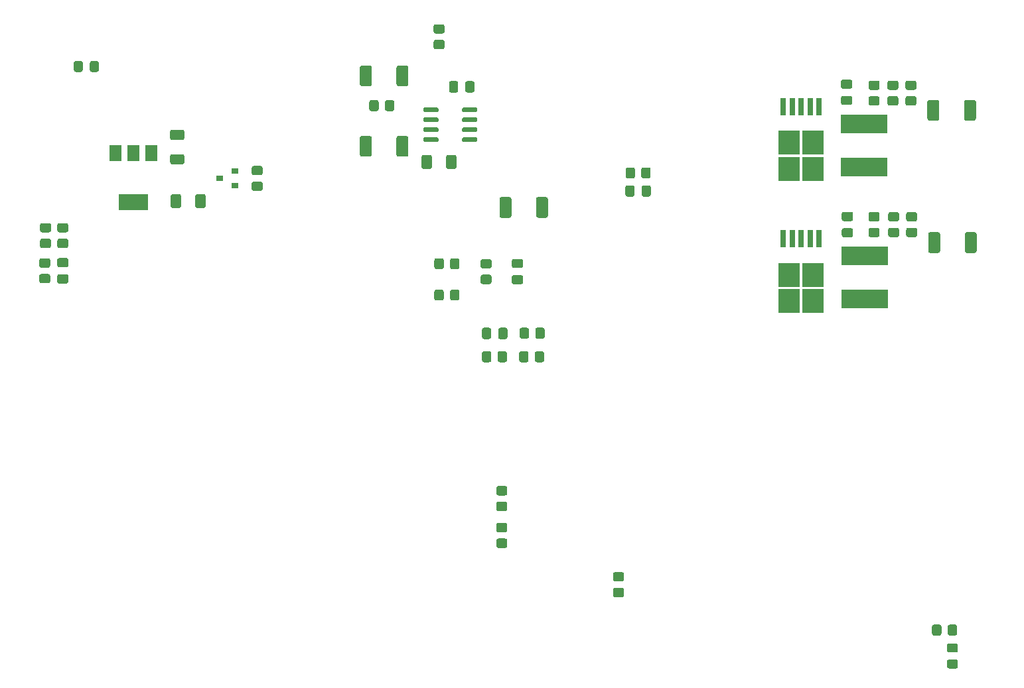
<source format=gbr>
%TF.GenerationSoftware,KiCad,Pcbnew,(5.1.10)-1*%
%TF.CreationDate,2022-09-19T20:48:06-07:00*%
%TF.ProjectId,MPPT_1KW_ESP32_ggmV3,4d505054-5f31-44b5-975f-45535033325f,rev?*%
%TF.SameCoordinates,Original*%
%TF.FileFunction,Paste,Top*%
%TF.FilePolarity,Positive*%
%FSLAX46Y46*%
G04 Gerber Fmt 4.6, Leading zero omitted, Abs format (unit mm)*
G04 Created by KiCad (PCBNEW (5.1.10)-1) date 2022-09-19 20:48:06*
%MOMM*%
%LPD*%
G01*
G04 APERTURE LIST*
%ADD10R,2.750000X3.050000*%
%ADD11R,0.800000X2.200000*%
%ADD12R,5.900000X2.450000*%
%ADD13R,0.900000X0.800000*%
%ADD14R,1.500000X2.000000*%
%ADD15R,3.800000X2.000000*%
G04 APERTURE END LIST*
%TO.C,D4*%
G36*
G01*
X151225000Y-93724999D02*
X151225000Y-95875001D01*
G75*
G02*
X150975001Y-96125000I-249999J0D01*
G01*
X149949999Y-96125000D01*
G75*
G02*
X149700000Y-95875001I0J249999D01*
G01*
X149700000Y-93724999D01*
G75*
G02*
X149949999Y-93475000I249999J0D01*
G01*
X150975001Y-93475000D01*
G75*
G02*
X151225000Y-93724999I0J-249999D01*
G01*
G37*
G36*
G01*
X155900000Y-93724999D02*
X155900000Y-95875001D01*
G75*
G02*
X155650001Y-96125000I-249999J0D01*
G01*
X154624999Y-96125000D01*
G75*
G02*
X154375000Y-95875001I0J249999D01*
G01*
X154375000Y-93724999D01*
G75*
G02*
X154624999Y-93475000I249999J0D01*
G01*
X155650001Y-93475000D01*
G75*
G02*
X155900000Y-93724999I0J-249999D01*
G01*
G37*
%TD*%
%TO.C,R24*%
G36*
G01*
X202650001Y-79800000D02*
X201749999Y-79800000D01*
G75*
G02*
X201500000Y-79550001I0J249999D01*
G01*
X201500000Y-78849999D01*
G75*
G02*
X201749999Y-78600000I249999J0D01*
G01*
X202650001Y-78600000D01*
G75*
G02*
X202900000Y-78849999I0J-249999D01*
G01*
X202900000Y-79550001D01*
G75*
G02*
X202650001Y-79800000I-249999J0D01*
G01*
G37*
G36*
G01*
X202650001Y-81800000D02*
X201749999Y-81800000D01*
G75*
G02*
X201500000Y-81550001I0J249999D01*
G01*
X201500000Y-80849999D01*
G75*
G02*
X201749999Y-80600000I249999J0D01*
G01*
X202650001Y-80600000D01*
G75*
G02*
X202900000Y-80849999I0J-249999D01*
G01*
X202900000Y-81550001D01*
G75*
G02*
X202650001Y-81800000I-249999J0D01*
G01*
G37*
%TD*%
%TO.C,R23*%
G36*
G01*
X201849999Y-97400000D02*
X202750001Y-97400000D01*
G75*
G02*
X203000000Y-97649999I0J-249999D01*
G01*
X203000000Y-98350001D01*
G75*
G02*
X202750001Y-98600000I-249999J0D01*
G01*
X201849999Y-98600000D01*
G75*
G02*
X201600000Y-98350001I0J249999D01*
G01*
X201600000Y-97649999D01*
G75*
G02*
X201849999Y-97400000I249999J0D01*
G01*
G37*
G36*
G01*
X201849999Y-95400000D02*
X202750001Y-95400000D01*
G75*
G02*
X203000000Y-95649999I0J-249999D01*
G01*
X203000000Y-96350001D01*
G75*
G02*
X202750001Y-96600000I-249999J0D01*
G01*
X201849999Y-96600000D01*
G75*
G02*
X201600000Y-96350001I0J249999D01*
G01*
X201600000Y-95649999D01*
G75*
G02*
X201849999Y-95400000I249999J0D01*
G01*
G37*
%TD*%
%TO.C,R22*%
G36*
G01*
X200450001Y-96600000D02*
X199549999Y-96600000D01*
G75*
G02*
X199300000Y-96350001I0J249999D01*
G01*
X199300000Y-95649999D01*
G75*
G02*
X199549999Y-95400000I249999J0D01*
G01*
X200450001Y-95400000D01*
G75*
G02*
X200700000Y-95649999I0J-249999D01*
G01*
X200700000Y-96350001D01*
G75*
G02*
X200450001Y-96600000I-249999J0D01*
G01*
G37*
G36*
G01*
X200450001Y-98600000D02*
X199549999Y-98600000D01*
G75*
G02*
X199300000Y-98350001I0J249999D01*
G01*
X199300000Y-97649999D01*
G75*
G02*
X199549999Y-97400000I249999J0D01*
G01*
X200450001Y-97400000D01*
G75*
G02*
X200700000Y-97649999I0J-249999D01*
G01*
X200700000Y-98350001D01*
G75*
G02*
X200450001Y-98600000I-249999J0D01*
G01*
G37*
%TD*%
D10*
%TO.C,U5*%
X186675000Y-103425000D03*
X189725000Y-106775000D03*
X189725000Y-103425000D03*
X186675000Y-106775000D03*
D11*
X185920000Y-98800000D03*
X187060000Y-98800000D03*
X188200000Y-98800000D03*
X189340000Y-98800000D03*
X190480000Y-98800000D03*
%TD*%
D10*
%TO.C,U4*%
X186675000Y-86525000D03*
X189725000Y-89875000D03*
X189725000Y-86525000D03*
X186675000Y-89875000D03*
D11*
X185920000Y-81900000D03*
X187060000Y-81900000D03*
X188200000Y-81900000D03*
X189340000Y-81900000D03*
X190480000Y-81900000D03*
%TD*%
%TO.C,R21*%
G36*
G01*
X197049999Y-97400000D02*
X197950001Y-97400000D01*
G75*
G02*
X198200000Y-97649999I0J-249999D01*
G01*
X198200000Y-98350001D01*
G75*
G02*
X197950001Y-98600000I-249999J0D01*
G01*
X197049999Y-98600000D01*
G75*
G02*
X196800000Y-98350001I0J249999D01*
G01*
X196800000Y-97649999D01*
G75*
G02*
X197049999Y-97400000I249999J0D01*
G01*
G37*
G36*
G01*
X197049999Y-95400000D02*
X197950001Y-95400000D01*
G75*
G02*
X198200000Y-95649999I0J-249999D01*
G01*
X198200000Y-96350001D01*
G75*
G02*
X197950001Y-96600000I-249999J0D01*
G01*
X197049999Y-96600000D01*
G75*
G02*
X196800000Y-96350001I0J249999D01*
G01*
X196800000Y-95649999D01*
G75*
G02*
X197049999Y-95400000I249999J0D01*
G01*
G37*
%TD*%
%TO.C,R19*%
G36*
G01*
X200350001Y-79800000D02*
X199449999Y-79800000D01*
G75*
G02*
X199200000Y-79550001I0J249999D01*
G01*
X199200000Y-78849999D01*
G75*
G02*
X199449999Y-78600000I249999J0D01*
G01*
X200350001Y-78600000D01*
G75*
G02*
X200600000Y-78849999I0J-249999D01*
G01*
X200600000Y-79550001D01*
G75*
G02*
X200350001Y-79800000I-249999J0D01*
G01*
G37*
G36*
G01*
X200350001Y-81800000D02*
X199449999Y-81800000D01*
G75*
G02*
X199200000Y-81550001I0J249999D01*
G01*
X199200000Y-80849999D01*
G75*
G02*
X199449999Y-80600000I249999J0D01*
G01*
X200350001Y-80600000D01*
G75*
G02*
X200600000Y-80849999I0J-249999D01*
G01*
X200600000Y-81550001D01*
G75*
G02*
X200350001Y-81800000I-249999J0D01*
G01*
G37*
%TD*%
%TO.C,R18*%
G36*
G01*
X197049999Y-80600000D02*
X197950001Y-80600000D01*
G75*
G02*
X198200000Y-80849999I0J-249999D01*
G01*
X198200000Y-81550001D01*
G75*
G02*
X197950001Y-81800000I-249999J0D01*
G01*
X197049999Y-81800000D01*
G75*
G02*
X196800000Y-81550001I0J249999D01*
G01*
X196800000Y-80849999D01*
G75*
G02*
X197049999Y-80600000I249999J0D01*
G01*
G37*
G36*
G01*
X197049999Y-78600000D02*
X197950001Y-78600000D01*
G75*
G02*
X198200000Y-78849999I0J-249999D01*
G01*
X198200000Y-79550001D01*
G75*
G02*
X197950001Y-79800000I-249999J0D01*
G01*
X197049999Y-79800000D01*
G75*
G02*
X196800000Y-79550001I0J249999D01*
G01*
X196800000Y-78849999D01*
G75*
G02*
X197049999Y-78600000I249999J0D01*
G01*
G37*
%TD*%
D12*
%TO.C,L3*%
X196300000Y-106525000D03*
X196300000Y-100975000D03*
%TD*%
%TO.C,L2*%
X196200000Y-89675000D03*
X196200000Y-84125000D03*
%TD*%
%TO.C,D9*%
G36*
G01*
X209075000Y-100375001D02*
X209075000Y-98224999D01*
G75*
G02*
X209324999Y-97975000I249999J0D01*
G01*
X210350001Y-97975000D01*
G75*
G02*
X210600000Y-98224999I0J-249999D01*
G01*
X210600000Y-100375001D01*
G75*
G02*
X210350001Y-100625000I-249999J0D01*
G01*
X209324999Y-100625000D01*
G75*
G02*
X209075000Y-100375001I0J249999D01*
G01*
G37*
G36*
G01*
X204400000Y-100375001D02*
X204400000Y-98224999D01*
G75*
G02*
X204649999Y-97975000I249999J0D01*
G01*
X205675001Y-97975000D01*
G75*
G02*
X205925000Y-98224999I0J-249999D01*
G01*
X205925000Y-100375001D01*
G75*
G02*
X205675001Y-100625000I-249999J0D01*
G01*
X204649999Y-100625000D01*
G75*
G02*
X204400000Y-100375001I0J249999D01*
G01*
G37*
%TD*%
%TO.C,D7*%
G36*
G01*
X208975000Y-83475001D02*
X208975000Y-81324999D01*
G75*
G02*
X209224999Y-81075000I249999J0D01*
G01*
X210250001Y-81075000D01*
G75*
G02*
X210500000Y-81324999I0J-249999D01*
G01*
X210500000Y-83475001D01*
G75*
G02*
X210250001Y-83725000I-249999J0D01*
G01*
X209224999Y-83725000D01*
G75*
G02*
X208975000Y-83475001I0J249999D01*
G01*
G37*
G36*
G01*
X204300000Y-83475001D02*
X204300000Y-81324999D01*
G75*
G02*
X204549999Y-81075000I249999J0D01*
G01*
X205575001Y-81075000D01*
G75*
G02*
X205825000Y-81324999I0J-249999D01*
G01*
X205825000Y-83475001D01*
G75*
G02*
X205575001Y-83725000I-249999J0D01*
G01*
X204549999Y-83725000D01*
G75*
G02*
X204300000Y-83475001I0J249999D01*
G01*
G37*
%TD*%
%TO.C,C18*%
G36*
G01*
X193625000Y-97450000D02*
X194575000Y-97450000D01*
G75*
G02*
X194825000Y-97700000I0J-250000D01*
G01*
X194825000Y-98375000D01*
G75*
G02*
X194575000Y-98625000I-250000J0D01*
G01*
X193625000Y-98625000D01*
G75*
G02*
X193375000Y-98375000I0J250000D01*
G01*
X193375000Y-97700000D01*
G75*
G02*
X193625000Y-97450000I250000J0D01*
G01*
G37*
G36*
G01*
X193625000Y-95375000D02*
X194575000Y-95375000D01*
G75*
G02*
X194825000Y-95625000I0J-250000D01*
G01*
X194825000Y-96300000D01*
G75*
G02*
X194575000Y-96550000I-250000J0D01*
G01*
X193625000Y-96550000D01*
G75*
G02*
X193375000Y-96300000I0J250000D01*
G01*
X193375000Y-95625000D01*
G75*
G02*
X193625000Y-95375000I250000J0D01*
G01*
G37*
%TD*%
%TO.C,C16*%
G36*
G01*
X193525000Y-80550000D02*
X194475000Y-80550000D01*
G75*
G02*
X194725000Y-80800000I0J-250000D01*
G01*
X194725000Y-81475000D01*
G75*
G02*
X194475000Y-81725000I-250000J0D01*
G01*
X193525000Y-81725000D01*
G75*
G02*
X193275000Y-81475000I0J250000D01*
G01*
X193275000Y-80800000D01*
G75*
G02*
X193525000Y-80550000I250000J0D01*
G01*
G37*
G36*
G01*
X193525000Y-78475000D02*
X194475000Y-78475000D01*
G75*
G02*
X194725000Y-78725000I0J-250000D01*
G01*
X194725000Y-79400000D01*
G75*
G02*
X194475000Y-79650000I-250000J0D01*
G01*
X193525000Y-79650000D01*
G75*
G02*
X193275000Y-79400000I0J250000D01*
G01*
X193275000Y-78725000D01*
G75*
G02*
X193525000Y-78475000I250000J0D01*
G01*
G37*
%TD*%
%TO.C,R17*%
G36*
G01*
X154220000Y-114330001D02*
X154220000Y-113429999D01*
G75*
G02*
X154469999Y-113180000I249999J0D01*
G01*
X155170001Y-113180000D01*
G75*
G02*
X155420000Y-113429999I0J-249999D01*
G01*
X155420000Y-114330001D01*
G75*
G02*
X155170001Y-114580000I-249999J0D01*
G01*
X154469999Y-114580000D01*
G75*
G02*
X154220000Y-114330001I0J249999D01*
G01*
G37*
G36*
G01*
X152220000Y-114330001D02*
X152220000Y-113429999D01*
G75*
G02*
X152469999Y-113180000I249999J0D01*
G01*
X153170001Y-113180000D01*
G75*
G02*
X153420000Y-113429999I0J-249999D01*
G01*
X153420000Y-114330001D01*
G75*
G02*
X153170001Y-114580000I-249999J0D01*
G01*
X152469999Y-114580000D01*
G75*
G02*
X152220000Y-114330001I0J249999D01*
G01*
G37*
%TD*%
%TO.C,R16*%
G36*
G01*
X154280000Y-111320001D02*
X154280000Y-110419999D01*
G75*
G02*
X154529999Y-110170000I249999J0D01*
G01*
X155230001Y-110170000D01*
G75*
G02*
X155480000Y-110419999I0J-249999D01*
G01*
X155480000Y-111320001D01*
G75*
G02*
X155230001Y-111570000I-249999J0D01*
G01*
X154529999Y-111570000D01*
G75*
G02*
X154280000Y-111320001I0J249999D01*
G01*
G37*
G36*
G01*
X152280000Y-111320001D02*
X152280000Y-110419999D01*
G75*
G02*
X152529999Y-110170000I249999J0D01*
G01*
X153230001Y-110170000D01*
G75*
G02*
X153480000Y-110419999I0J-249999D01*
G01*
X153480000Y-111320001D01*
G75*
G02*
X153230001Y-111570000I-249999J0D01*
G01*
X152529999Y-111570000D01*
G75*
G02*
X152280000Y-111320001I0J249999D01*
G01*
G37*
%TD*%
%TO.C,R15*%
G36*
G01*
X149470000Y-114330001D02*
X149470000Y-113429999D01*
G75*
G02*
X149719999Y-113180000I249999J0D01*
G01*
X150420001Y-113180000D01*
G75*
G02*
X150670000Y-113429999I0J-249999D01*
G01*
X150670000Y-114330001D01*
G75*
G02*
X150420001Y-114580000I-249999J0D01*
G01*
X149719999Y-114580000D01*
G75*
G02*
X149470000Y-114330001I0J249999D01*
G01*
G37*
G36*
G01*
X147470000Y-114330001D02*
X147470000Y-113429999D01*
G75*
G02*
X147719999Y-113180000I249999J0D01*
G01*
X148420001Y-113180000D01*
G75*
G02*
X148670000Y-113429999I0J-249999D01*
G01*
X148670000Y-114330001D01*
G75*
G02*
X148420001Y-114580000I-249999J0D01*
G01*
X147719999Y-114580000D01*
G75*
G02*
X147470000Y-114330001I0J249999D01*
G01*
G37*
%TD*%
%TO.C,C17*%
G36*
G01*
X149550000Y-111375000D02*
X149550000Y-110425000D01*
G75*
G02*
X149800000Y-110175000I250000J0D01*
G01*
X150475000Y-110175000D01*
G75*
G02*
X150725000Y-110425000I0J-250000D01*
G01*
X150725000Y-111375000D01*
G75*
G02*
X150475000Y-111625000I-250000J0D01*
G01*
X149800000Y-111625000D01*
G75*
G02*
X149550000Y-111375000I0J250000D01*
G01*
G37*
G36*
G01*
X147475000Y-111375000D02*
X147475000Y-110425000D01*
G75*
G02*
X147725000Y-110175000I250000J0D01*
G01*
X148400000Y-110175000D01*
G75*
G02*
X148650000Y-110425000I0J-250000D01*
G01*
X148650000Y-111375000D01*
G75*
G02*
X148400000Y-111625000I-250000J0D01*
G01*
X147725000Y-111625000D01*
G75*
G02*
X147475000Y-111375000I0J250000D01*
G01*
G37*
%TD*%
%TO.C,C10*%
G36*
G01*
X142900000Y-89650002D02*
X142900000Y-88349998D01*
G75*
G02*
X143149998Y-88100000I249998J0D01*
G01*
X143975002Y-88100000D01*
G75*
G02*
X144225000Y-88349998I0J-249998D01*
G01*
X144225000Y-89650002D01*
G75*
G02*
X143975002Y-89900000I-249998J0D01*
G01*
X143149998Y-89900000D01*
G75*
G02*
X142900000Y-89650002I0J249998D01*
G01*
G37*
G36*
G01*
X139775000Y-89650002D02*
X139775000Y-88349998D01*
G75*
G02*
X140024998Y-88100000I249998J0D01*
G01*
X140850002Y-88100000D01*
G75*
G02*
X141100000Y-88349998I0J-249998D01*
G01*
X141100000Y-89650002D01*
G75*
G02*
X140850002Y-89900000I-249998J0D01*
G01*
X140024998Y-89900000D01*
G75*
G02*
X139775000Y-89650002I0J249998D01*
G01*
G37*
%TD*%
%TO.C,C9*%
G36*
G01*
X94475000Y-102450000D02*
X93525000Y-102450000D01*
G75*
G02*
X93275000Y-102200000I0J250000D01*
G01*
X93275000Y-101525000D01*
G75*
G02*
X93525000Y-101275000I250000J0D01*
G01*
X94475000Y-101275000D01*
G75*
G02*
X94725000Y-101525000I0J-250000D01*
G01*
X94725000Y-102200000D01*
G75*
G02*
X94475000Y-102450000I-250000J0D01*
G01*
G37*
G36*
G01*
X94475000Y-104525000D02*
X93525000Y-104525000D01*
G75*
G02*
X93275000Y-104275000I0J250000D01*
G01*
X93275000Y-103600000D01*
G75*
G02*
X93525000Y-103350000I250000J0D01*
G01*
X94475000Y-103350000D01*
G75*
G02*
X94725000Y-103600000I0J-250000D01*
G01*
X94725000Y-104275000D01*
G75*
G02*
X94475000Y-104525000I-250000J0D01*
G01*
G37*
%TD*%
%TO.C,U7*%
G36*
G01*
X141930000Y-86005000D02*
X141930000Y-86305000D01*
G75*
G02*
X141780000Y-86455000I-150000J0D01*
G01*
X140130000Y-86455000D01*
G75*
G02*
X139980000Y-86305000I0J150000D01*
G01*
X139980000Y-86005000D01*
G75*
G02*
X140130000Y-85855000I150000J0D01*
G01*
X141780000Y-85855000D01*
G75*
G02*
X141930000Y-86005000I0J-150000D01*
G01*
G37*
G36*
G01*
X141930000Y-84735000D02*
X141930000Y-85035000D01*
G75*
G02*
X141780000Y-85185000I-150000J0D01*
G01*
X140130000Y-85185000D01*
G75*
G02*
X139980000Y-85035000I0J150000D01*
G01*
X139980000Y-84735000D01*
G75*
G02*
X140130000Y-84585000I150000J0D01*
G01*
X141780000Y-84585000D01*
G75*
G02*
X141930000Y-84735000I0J-150000D01*
G01*
G37*
G36*
G01*
X141930000Y-83465000D02*
X141930000Y-83765000D01*
G75*
G02*
X141780000Y-83915000I-150000J0D01*
G01*
X140130000Y-83915000D01*
G75*
G02*
X139980000Y-83765000I0J150000D01*
G01*
X139980000Y-83465000D01*
G75*
G02*
X140130000Y-83315000I150000J0D01*
G01*
X141780000Y-83315000D01*
G75*
G02*
X141930000Y-83465000I0J-150000D01*
G01*
G37*
G36*
G01*
X141930000Y-82195000D02*
X141930000Y-82495000D01*
G75*
G02*
X141780000Y-82645000I-150000J0D01*
G01*
X140130000Y-82645000D01*
G75*
G02*
X139980000Y-82495000I0J150000D01*
G01*
X139980000Y-82195000D01*
G75*
G02*
X140130000Y-82045000I150000J0D01*
G01*
X141780000Y-82045000D01*
G75*
G02*
X141930000Y-82195000I0J-150000D01*
G01*
G37*
G36*
G01*
X146880000Y-82195000D02*
X146880000Y-82495000D01*
G75*
G02*
X146730000Y-82645000I-150000J0D01*
G01*
X145080000Y-82645000D01*
G75*
G02*
X144930000Y-82495000I0J150000D01*
G01*
X144930000Y-82195000D01*
G75*
G02*
X145080000Y-82045000I150000J0D01*
G01*
X146730000Y-82045000D01*
G75*
G02*
X146880000Y-82195000I0J-150000D01*
G01*
G37*
G36*
G01*
X146880000Y-83465000D02*
X146880000Y-83765000D01*
G75*
G02*
X146730000Y-83915000I-150000J0D01*
G01*
X145080000Y-83915000D01*
G75*
G02*
X144930000Y-83765000I0J150000D01*
G01*
X144930000Y-83465000D01*
G75*
G02*
X145080000Y-83315000I150000J0D01*
G01*
X146730000Y-83315000D01*
G75*
G02*
X146880000Y-83465000I0J-150000D01*
G01*
G37*
G36*
G01*
X146880000Y-84735000D02*
X146880000Y-85035000D01*
G75*
G02*
X146730000Y-85185000I-150000J0D01*
G01*
X145080000Y-85185000D01*
G75*
G02*
X144930000Y-85035000I0J150000D01*
G01*
X144930000Y-84735000D01*
G75*
G02*
X145080000Y-84585000I150000J0D01*
G01*
X146730000Y-84585000D01*
G75*
G02*
X146880000Y-84735000I0J-150000D01*
G01*
G37*
G36*
G01*
X146880000Y-86005000D02*
X146880000Y-86305000D01*
G75*
G02*
X146730000Y-86455000I-150000J0D01*
G01*
X145080000Y-86455000D01*
G75*
G02*
X144930000Y-86305000I0J150000D01*
G01*
X144930000Y-86005000D01*
G75*
G02*
X145080000Y-85855000I150000J0D01*
G01*
X146730000Y-85855000D01*
G75*
G02*
X146880000Y-86005000I0J-150000D01*
G01*
G37*
%TD*%
%TO.C,R39*%
G36*
G01*
X149549999Y-137100000D02*
X150450001Y-137100000D01*
G75*
G02*
X150700000Y-137349999I0J-249999D01*
G01*
X150700000Y-138050001D01*
G75*
G02*
X150450001Y-138300000I-249999J0D01*
G01*
X149549999Y-138300000D01*
G75*
G02*
X149300000Y-138050001I0J249999D01*
G01*
X149300000Y-137349999D01*
G75*
G02*
X149549999Y-137100000I249999J0D01*
G01*
G37*
G36*
G01*
X149549999Y-135100000D02*
X150450001Y-135100000D01*
G75*
G02*
X150700000Y-135349999I0J-249999D01*
G01*
X150700000Y-136050001D01*
G75*
G02*
X150450001Y-136300000I-249999J0D01*
G01*
X149549999Y-136300000D01*
G75*
G02*
X149300000Y-136050001I0J249999D01*
G01*
X149300000Y-135349999D01*
G75*
G02*
X149549999Y-135100000I249999J0D01*
G01*
G37*
%TD*%
%TO.C,R38*%
G36*
G01*
X149549999Y-132400000D02*
X150450001Y-132400000D01*
G75*
G02*
X150700000Y-132649999I0J-249999D01*
G01*
X150700000Y-133350001D01*
G75*
G02*
X150450001Y-133600000I-249999J0D01*
G01*
X149549999Y-133600000D01*
G75*
G02*
X149300000Y-133350001I0J249999D01*
G01*
X149300000Y-132649999D01*
G75*
G02*
X149549999Y-132400000I249999J0D01*
G01*
G37*
G36*
G01*
X149549999Y-130400000D02*
X150450001Y-130400000D01*
G75*
G02*
X150700000Y-130649999I0J-249999D01*
G01*
X150700000Y-131350001D01*
G75*
G02*
X150450001Y-131600000I-249999J0D01*
G01*
X149549999Y-131600000D01*
G75*
G02*
X149300000Y-131350001I0J249999D01*
G01*
X149300000Y-130649999D01*
G75*
G02*
X149549999Y-130400000I249999J0D01*
G01*
G37*
%TD*%
%TO.C,C12*%
G36*
G01*
X167850000Y-93175000D02*
X167850000Y-92225000D01*
G75*
G02*
X168100000Y-91975000I250000J0D01*
G01*
X168775000Y-91975000D01*
G75*
G02*
X169025000Y-92225000I0J-250000D01*
G01*
X169025000Y-93175000D01*
G75*
G02*
X168775000Y-93425000I-250000J0D01*
G01*
X168100000Y-93425000D01*
G75*
G02*
X167850000Y-93175000I0J250000D01*
G01*
G37*
G36*
G01*
X165775000Y-93175000D02*
X165775000Y-92225000D01*
G75*
G02*
X166025000Y-91975000I250000J0D01*
G01*
X166700000Y-91975000D01*
G75*
G02*
X166950000Y-92225000I0J-250000D01*
G01*
X166950000Y-93175000D01*
G75*
G02*
X166700000Y-93425000I-250000J0D01*
G01*
X166025000Y-93425000D01*
G75*
G02*
X165775000Y-93175000I0J250000D01*
G01*
G37*
%TD*%
%TO.C,D3*%
G36*
G01*
X133425000Y-85924999D02*
X133425000Y-88075001D01*
G75*
G02*
X133175001Y-88325000I-249999J0D01*
G01*
X132149999Y-88325000D01*
G75*
G02*
X131900000Y-88075001I0J249999D01*
G01*
X131900000Y-85924999D01*
G75*
G02*
X132149999Y-85675000I249999J0D01*
G01*
X133175001Y-85675000D01*
G75*
G02*
X133425000Y-85924999I0J-249999D01*
G01*
G37*
G36*
G01*
X138100000Y-85924999D02*
X138100000Y-88075001D01*
G75*
G02*
X137850001Y-88325000I-249999J0D01*
G01*
X136824999Y-88325000D01*
G75*
G02*
X136575000Y-88075001I0J249999D01*
G01*
X136575000Y-85924999D01*
G75*
G02*
X136824999Y-85675000I249999J0D01*
G01*
X137850001Y-85675000D01*
G75*
G02*
X138100000Y-85924999I0J-249999D01*
G01*
G37*
%TD*%
%TO.C,D2*%
G36*
G01*
X133425000Y-76924999D02*
X133425000Y-79075001D01*
G75*
G02*
X133175001Y-79325000I-249999J0D01*
G01*
X132149999Y-79325000D01*
G75*
G02*
X131900000Y-79075001I0J249999D01*
G01*
X131900000Y-76924999D01*
G75*
G02*
X132149999Y-76675000I249999J0D01*
G01*
X133175001Y-76675000D01*
G75*
G02*
X133425000Y-76924999I0J-249999D01*
G01*
G37*
G36*
G01*
X138100000Y-76924999D02*
X138100000Y-79075001D01*
G75*
G02*
X137850001Y-79325000I-249999J0D01*
G01*
X136824999Y-79325000D01*
G75*
G02*
X136575000Y-79075001I0J249999D01*
G01*
X136575000Y-76924999D01*
G75*
G02*
X136824999Y-76675000I249999J0D01*
G01*
X137850001Y-76675000D01*
G75*
G02*
X138100000Y-76924999I0J-249999D01*
G01*
G37*
%TD*%
%TO.C,R36*%
G36*
G01*
X206100000Y-148349999D02*
X206100000Y-149250001D01*
G75*
G02*
X205850001Y-149500000I-249999J0D01*
G01*
X205149999Y-149500000D01*
G75*
G02*
X204900000Y-149250001I0J249999D01*
G01*
X204900000Y-148349999D01*
G75*
G02*
X205149999Y-148100000I249999J0D01*
G01*
X205850001Y-148100000D01*
G75*
G02*
X206100000Y-148349999I0J-249999D01*
G01*
G37*
G36*
G01*
X208100000Y-148349999D02*
X208100000Y-149250001D01*
G75*
G02*
X207850001Y-149500000I-249999J0D01*
G01*
X207149999Y-149500000D01*
G75*
G02*
X206900000Y-149250001I0J249999D01*
G01*
X206900000Y-148349999D01*
G75*
G02*
X207149999Y-148100000I249999J0D01*
G01*
X207850001Y-148100000D01*
G75*
G02*
X208100000Y-148349999I0J-249999D01*
G01*
G37*
%TD*%
%TO.C,R12*%
G36*
G01*
X167800000Y-90850001D02*
X167800000Y-89949999D01*
G75*
G02*
X168049999Y-89700000I249999J0D01*
G01*
X168750001Y-89700000D01*
G75*
G02*
X169000000Y-89949999I0J-249999D01*
G01*
X169000000Y-90850001D01*
G75*
G02*
X168750001Y-91100000I-249999J0D01*
G01*
X168049999Y-91100000D01*
G75*
G02*
X167800000Y-90850001I0J249999D01*
G01*
G37*
G36*
G01*
X165800000Y-90850001D02*
X165800000Y-89949999D01*
G75*
G02*
X166049999Y-89700000I249999J0D01*
G01*
X166750001Y-89700000D01*
G75*
G02*
X167000000Y-89949999I0J-249999D01*
G01*
X167000000Y-90850001D01*
G75*
G02*
X166750001Y-91100000I-249999J0D01*
G01*
X166049999Y-91100000D01*
G75*
G02*
X165800000Y-90850001I0J249999D01*
G01*
G37*
%TD*%
D13*
%TO.C,Q4*%
X114000000Y-91100000D03*
X116000000Y-90150000D03*
X116000000Y-92050000D03*
%TD*%
%TO.C,D51*%
G36*
G01*
X207950001Y-151650000D02*
X207049999Y-151650000D01*
G75*
G02*
X206800000Y-151400001I0J249999D01*
G01*
X206800000Y-150749999D01*
G75*
G02*
X207049999Y-150500000I249999J0D01*
G01*
X207950001Y-150500000D01*
G75*
G02*
X208200000Y-150749999I0J-249999D01*
G01*
X208200000Y-151400001D01*
G75*
G02*
X207950001Y-151650000I-249999J0D01*
G01*
G37*
G36*
G01*
X207950001Y-153700000D02*
X207049999Y-153700000D01*
G75*
G02*
X206800000Y-153450001I0J249999D01*
G01*
X206800000Y-152799999D01*
G75*
G02*
X207049999Y-152550000I249999J0D01*
G01*
X207950001Y-152550000D01*
G75*
G02*
X208200000Y-152799999I0J-249999D01*
G01*
X208200000Y-153450001D01*
G75*
G02*
X207950001Y-153700000I-249999J0D01*
G01*
G37*
%TD*%
D14*
%TO.C,U3*%
X105300000Y-87850000D03*
X100700000Y-87850000D03*
X103000000Y-87850000D03*
D15*
X103000000Y-94150000D03*
%TD*%
%TO.C,R34*%
G36*
G01*
X147549999Y-103400000D02*
X148450001Y-103400000D01*
G75*
G02*
X148700000Y-103649999I0J-249999D01*
G01*
X148700000Y-104350001D01*
G75*
G02*
X148450001Y-104600000I-249999J0D01*
G01*
X147549999Y-104600000D01*
G75*
G02*
X147300000Y-104350001I0J249999D01*
G01*
X147300000Y-103649999D01*
G75*
G02*
X147549999Y-103400000I249999J0D01*
G01*
G37*
G36*
G01*
X147549999Y-101400000D02*
X148450001Y-101400000D01*
G75*
G02*
X148700000Y-101649999I0J-249999D01*
G01*
X148700000Y-102350001D01*
G75*
G02*
X148450001Y-102600000I-249999J0D01*
G01*
X147549999Y-102600000D01*
G75*
G02*
X147300000Y-102350001I0J249999D01*
G01*
X147300000Y-101649999D01*
G75*
G02*
X147549999Y-101400000I249999J0D01*
G01*
G37*
%TD*%
%TO.C,R33*%
G36*
G01*
X143400000Y-106450001D02*
X143400000Y-105549999D01*
G75*
G02*
X143649999Y-105300000I249999J0D01*
G01*
X144350001Y-105300000D01*
G75*
G02*
X144600000Y-105549999I0J-249999D01*
G01*
X144600000Y-106450001D01*
G75*
G02*
X144350001Y-106700000I-249999J0D01*
G01*
X143649999Y-106700000D01*
G75*
G02*
X143400000Y-106450001I0J249999D01*
G01*
G37*
G36*
G01*
X141400000Y-106450001D02*
X141400000Y-105549999D01*
G75*
G02*
X141649999Y-105300000I249999J0D01*
G01*
X142350001Y-105300000D01*
G75*
G02*
X142600000Y-105549999I0J-249999D01*
G01*
X142600000Y-106450001D01*
G75*
G02*
X142350001Y-106700000I-249999J0D01*
G01*
X141649999Y-106700000D01*
G75*
G02*
X141400000Y-106450001I0J249999D01*
G01*
G37*
%TD*%
%TO.C,R32*%
G36*
G01*
X143400000Y-102450001D02*
X143400000Y-101549999D01*
G75*
G02*
X143649999Y-101300000I249999J0D01*
G01*
X144350001Y-101300000D01*
G75*
G02*
X144600000Y-101549999I0J-249999D01*
G01*
X144600000Y-102450001D01*
G75*
G02*
X144350001Y-102700000I-249999J0D01*
G01*
X143649999Y-102700000D01*
G75*
G02*
X143400000Y-102450001I0J249999D01*
G01*
G37*
G36*
G01*
X141400000Y-102450001D02*
X141400000Y-101549999D01*
G75*
G02*
X141649999Y-101300000I249999J0D01*
G01*
X142350001Y-101300000D01*
G75*
G02*
X142600000Y-101549999I0J-249999D01*
G01*
X142600000Y-102450001D01*
G75*
G02*
X142350001Y-102700000I-249999J0D01*
G01*
X141649999Y-102700000D01*
G75*
G02*
X141400000Y-102450001I0J249999D01*
G01*
G37*
%TD*%
%TO.C,R31*%
G36*
G01*
X165350001Y-142600000D02*
X164449999Y-142600000D01*
G75*
G02*
X164200000Y-142350001I0J249999D01*
G01*
X164200000Y-141649999D01*
G75*
G02*
X164449999Y-141400000I249999J0D01*
G01*
X165350001Y-141400000D01*
G75*
G02*
X165600000Y-141649999I0J-249999D01*
G01*
X165600000Y-142350001D01*
G75*
G02*
X165350001Y-142600000I-249999J0D01*
G01*
G37*
G36*
G01*
X165350001Y-144600000D02*
X164449999Y-144600000D01*
G75*
G02*
X164200000Y-144350001I0J249999D01*
G01*
X164200000Y-143649999D01*
G75*
G02*
X164449999Y-143400000I249999J0D01*
G01*
X165350001Y-143400000D01*
G75*
G02*
X165600000Y-143649999I0J-249999D01*
G01*
X165600000Y-144350001D01*
G75*
G02*
X165350001Y-144600000I-249999J0D01*
G01*
G37*
%TD*%
%TO.C,R11*%
G36*
G01*
X142450001Y-72600000D02*
X141549999Y-72600000D01*
G75*
G02*
X141300000Y-72350001I0J249999D01*
G01*
X141300000Y-71649999D01*
G75*
G02*
X141549999Y-71400000I249999J0D01*
G01*
X142450001Y-71400000D01*
G75*
G02*
X142700000Y-71649999I0J-249999D01*
G01*
X142700000Y-72350001D01*
G75*
G02*
X142450001Y-72600000I-249999J0D01*
G01*
G37*
G36*
G01*
X142450001Y-74600000D02*
X141549999Y-74600000D01*
G75*
G02*
X141300000Y-74350001I0J249999D01*
G01*
X141300000Y-73649999D01*
G75*
G02*
X141549999Y-73400000I249999J0D01*
G01*
X142450001Y-73400000D01*
G75*
G02*
X142700000Y-73649999I0J-249999D01*
G01*
X142700000Y-74350001D01*
G75*
G02*
X142450001Y-74600000I-249999J0D01*
G01*
G37*
%TD*%
%TO.C,R10*%
G36*
G01*
X135100000Y-82250001D02*
X135100000Y-81349999D01*
G75*
G02*
X135349999Y-81100000I249999J0D01*
G01*
X136050001Y-81100000D01*
G75*
G02*
X136300000Y-81349999I0J-249999D01*
G01*
X136300000Y-82250001D01*
G75*
G02*
X136050001Y-82500000I-249999J0D01*
G01*
X135349999Y-82500000D01*
G75*
G02*
X135100000Y-82250001I0J249999D01*
G01*
G37*
G36*
G01*
X133100000Y-82250001D02*
X133100000Y-81349999D01*
G75*
G02*
X133349999Y-81100000I249999J0D01*
G01*
X134050001Y-81100000D01*
G75*
G02*
X134300000Y-81349999I0J-249999D01*
G01*
X134300000Y-82250001D01*
G75*
G02*
X134050001Y-82500000I-249999J0D01*
G01*
X133349999Y-82500000D01*
G75*
G02*
X133100000Y-82250001I0J249999D01*
G01*
G37*
%TD*%
%TO.C,R7*%
G36*
G01*
X119250001Y-90700000D02*
X118349999Y-90700000D01*
G75*
G02*
X118100000Y-90450001I0J249999D01*
G01*
X118100000Y-89749999D01*
G75*
G02*
X118349999Y-89500000I249999J0D01*
G01*
X119250001Y-89500000D01*
G75*
G02*
X119500000Y-89749999I0J-249999D01*
G01*
X119500000Y-90450001D01*
G75*
G02*
X119250001Y-90700000I-249999J0D01*
G01*
G37*
G36*
G01*
X119250001Y-92700000D02*
X118349999Y-92700000D01*
G75*
G02*
X118100000Y-92450001I0J249999D01*
G01*
X118100000Y-91749999D01*
G75*
G02*
X118349999Y-91500000I249999J0D01*
G01*
X119250001Y-91500000D01*
G75*
G02*
X119500000Y-91749999I0J-249999D01*
G01*
X119500000Y-92450001D01*
G75*
G02*
X119250001Y-92700000I-249999J0D01*
G01*
G37*
%TD*%
%TO.C,R5*%
G36*
G01*
X91249999Y-103300000D02*
X92150001Y-103300000D01*
G75*
G02*
X92400000Y-103549999I0J-249999D01*
G01*
X92400000Y-104250001D01*
G75*
G02*
X92150001Y-104500000I-249999J0D01*
G01*
X91249999Y-104500000D01*
G75*
G02*
X91000000Y-104250001I0J249999D01*
G01*
X91000000Y-103549999D01*
G75*
G02*
X91249999Y-103300000I249999J0D01*
G01*
G37*
G36*
G01*
X91249999Y-101300000D02*
X92150001Y-101300000D01*
G75*
G02*
X92400000Y-101549999I0J-249999D01*
G01*
X92400000Y-102250001D01*
G75*
G02*
X92150001Y-102500000I-249999J0D01*
G01*
X91249999Y-102500000D01*
G75*
G02*
X91000000Y-102250001I0J249999D01*
G01*
X91000000Y-101549999D01*
G75*
G02*
X91249999Y-101300000I249999J0D01*
G01*
G37*
%TD*%
%TO.C,R4*%
G36*
G01*
X94450001Y-98000000D02*
X93549999Y-98000000D01*
G75*
G02*
X93300000Y-97750001I0J249999D01*
G01*
X93300000Y-97049999D01*
G75*
G02*
X93549999Y-96800000I249999J0D01*
G01*
X94450001Y-96800000D01*
G75*
G02*
X94700000Y-97049999I0J-249999D01*
G01*
X94700000Y-97750001D01*
G75*
G02*
X94450001Y-98000000I-249999J0D01*
G01*
G37*
G36*
G01*
X94450001Y-100000000D02*
X93549999Y-100000000D01*
G75*
G02*
X93300000Y-99750001I0J249999D01*
G01*
X93300000Y-99049999D01*
G75*
G02*
X93549999Y-98800000I249999J0D01*
G01*
X94450001Y-98800000D01*
G75*
G02*
X94700000Y-99049999I0J-249999D01*
G01*
X94700000Y-99750001D01*
G75*
G02*
X94450001Y-100000000I-249999J0D01*
G01*
G37*
%TD*%
%TO.C,R3*%
G36*
G01*
X91349999Y-98800000D02*
X92250001Y-98800000D01*
G75*
G02*
X92500000Y-99049999I0J-249999D01*
G01*
X92500000Y-99750001D01*
G75*
G02*
X92250001Y-100000000I-249999J0D01*
G01*
X91349999Y-100000000D01*
G75*
G02*
X91100000Y-99750001I0J249999D01*
G01*
X91100000Y-99049999D01*
G75*
G02*
X91349999Y-98800000I249999J0D01*
G01*
G37*
G36*
G01*
X91349999Y-96800000D02*
X92250001Y-96800000D01*
G75*
G02*
X92500000Y-97049999I0J-249999D01*
G01*
X92500000Y-97750001D01*
G75*
G02*
X92250001Y-98000000I-249999J0D01*
G01*
X91349999Y-98000000D01*
G75*
G02*
X91100000Y-97750001I0J249999D01*
G01*
X91100000Y-97049999D01*
G75*
G02*
X91349999Y-96800000I249999J0D01*
G01*
G37*
%TD*%
%TO.C,D52*%
G36*
G01*
X97450000Y-77250001D02*
X97450000Y-76349999D01*
G75*
G02*
X97699999Y-76100000I249999J0D01*
G01*
X98350001Y-76100000D01*
G75*
G02*
X98600000Y-76349999I0J-249999D01*
G01*
X98600000Y-77250001D01*
G75*
G02*
X98350001Y-77500000I-249999J0D01*
G01*
X97699999Y-77500000D01*
G75*
G02*
X97450000Y-77250001I0J249999D01*
G01*
G37*
G36*
G01*
X95400000Y-77250001D02*
X95400000Y-76349999D01*
G75*
G02*
X95649999Y-76100000I249999J0D01*
G01*
X96300001Y-76100000D01*
G75*
G02*
X96550000Y-76349999I0J-249999D01*
G01*
X96550000Y-77250001D01*
G75*
G02*
X96300001Y-77500000I-249999J0D01*
G01*
X95649999Y-77500000D01*
G75*
G02*
X95400000Y-77250001I0J249999D01*
G01*
G37*
%TD*%
%TO.C,C13*%
G36*
G01*
X151525000Y-103450000D02*
X152475000Y-103450000D01*
G75*
G02*
X152725000Y-103700000I0J-250000D01*
G01*
X152725000Y-104375000D01*
G75*
G02*
X152475000Y-104625000I-250000J0D01*
G01*
X151525000Y-104625000D01*
G75*
G02*
X151275000Y-104375000I0J250000D01*
G01*
X151275000Y-103700000D01*
G75*
G02*
X151525000Y-103450000I250000J0D01*
G01*
G37*
G36*
G01*
X151525000Y-101375000D02*
X152475000Y-101375000D01*
G75*
G02*
X152725000Y-101625000I0J-250000D01*
G01*
X152725000Y-102300000D01*
G75*
G02*
X152475000Y-102550000I-250000J0D01*
G01*
X151525000Y-102550000D01*
G75*
G02*
X151275000Y-102300000I0J250000D01*
G01*
X151275000Y-101625000D01*
G75*
G02*
X151525000Y-101375000I250000J0D01*
G01*
G37*
%TD*%
%TO.C,C11*%
G36*
G01*
X145350000Y-79875000D02*
X145350000Y-78925000D01*
G75*
G02*
X145600000Y-78675000I250000J0D01*
G01*
X146275000Y-78675000D01*
G75*
G02*
X146525000Y-78925000I0J-250000D01*
G01*
X146525000Y-79875000D01*
G75*
G02*
X146275000Y-80125000I-250000J0D01*
G01*
X145600000Y-80125000D01*
G75*
G02*
X145350000Y-79875000I0J250000D01*
G01*
G37*
G36*
G01*
X143275000Y-79875000D02*
X143275000Y-78925000D01*
G75*
G02*
X143525000Y-78675000I250000J0D01*
G01*
X144200000Y-78675000D01*
G75*
G02*
X144450000Y-78925000I0J-250000D01*
G01*
X144450000Y-79875000D01*
G75*
G02*
X144200000Y-80125000I-250000J0D01*
G01*
X143525000Y-80125000D01*
G75*
G02*
X143275000Y-79875000I0J250000D01*
G01*
G37*
%TD*%
%TO.C,C6*%
G36*
G01*
X110900000Y-94650002D02*
X110900000Y-93349998D01*
G75*
G02*
X111149998Y-93100000I249998J0D01*
G01*
X111975002Y-93100000D01*
G75*
G02*
X112225000Y-93349998I0J-249998D01*
G01*
X112225000Y-94650002D01*
G75*
G02*
X111975002Y-94900000I-249998J0D01*
G01*
X111149998Y-94900000D01*
G75*
G02*
X110900000Y-94650002I0J249998D01*
G01*
G37*
G36*
G01*
X107775000Y-94650002D02*
X107775000Y-93349998D01*
G75*
G02*
X108024998Y-93100000I249998J0D01*
G01*
X108850002Y-93100000D01*
G75*
G02*
X109100000Y-93349998I0J-249998D01*
G01*
X109100000Y-94650002D01*
G75*
G02*
X108850002Y-94900000I-249998J0D01*
G01*
X108024998Y-94900000D01*
G75*
G02*
X107775000Y-94650002I0J249998D01*
G01*
G37*
%TD*%
%TO.C,C5*%
G36*
G01*
X107949998Y-88000000D02*
X109250002Y-88000000D01*
G75*
G02*
X109500000Y-88249998I0J-249998D01*
G01*
X109500000Y-89075002D01*
G75*
G02*
X109250002Y-89325000I-249998J0D01*
G01*
X107949998Y-89325000D01*
G75*
G02*
X107700000Y-89075002I0J249998D01*
G01*
X107700000Y-88249998D01*
G75*
G02*
X107949998Y-88000000I249998J0D01*
G01*
G37*
G36*
G01*
X107949998Y-84875000D02*
X109250002Y-84875000D01*
G75*
G02*
X109500000Y-85124998I0J-249998D01*
G01*
X109500000Y-85950002D01*
G75*
G02*
X109250002Y-86200000I-249998J0D01*
G01*
X107949998Y-86200000D01*
G75*
G02*
X107700000Y-85950002I0J249998D01*
G01*
X107700000Y-85124998D01*
G75*
G02*
X107949998Y-84875000I249998J0D01*
G01*
G37*
%TD*%
M02*

</source>
